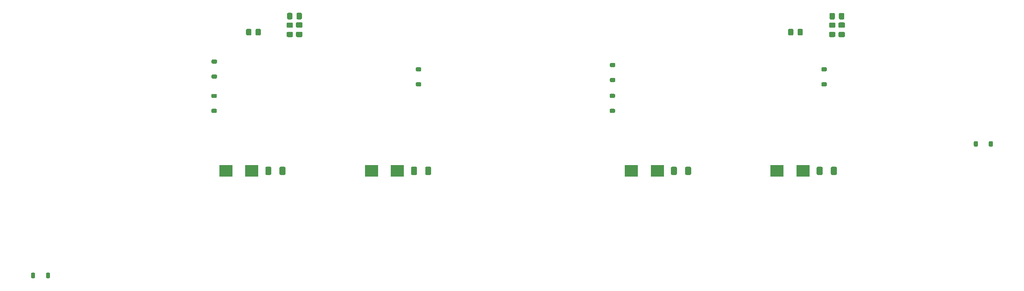
<source format=gbp>
G04 #@! TF.GenerationSoftware,KiCad,Pcbnew,8.0.5*
G04 #@! TF.CreationDate,2024-12-19T18:07:51+01:00*
G04 #@! TF.ProjectId,buck-boost-xp,6275636b-2d62-46f6-9f73-742d78702e6b,rev?*
G04 #@! TF.SameCoordinates,Original*
G04 #@! TF.FileFunction,Paste,Bot*
G04 #@! TF.FilePolarity,Positive*
%FSLAX46Y46*%
G04 Gerber Fmt 4.6, Leading zero omitted, Abs format (unit mm)*
G04 Created by KiCad (PCBNEW 8.0.5) date 2024-12-19 18:07:51*
%MOMM*%
%LPD*%
G01*
G04 APERTURE LIST*
%ADD10R,2.918000X2.600000*%
G04 APERTURE END LIST*
G36*
G01*
X212655867Y-121983968D02*
X212655867Y-120683968D01*
G75*
G02*
X212905867Y-120433968I250000J0D01*
G01*
X213730867Y-120433968D01*
G75*
G02*
X213980867Y-120683968I0J-250000D01*
G01*
X213980867Y-121983968D01*
G75*
G02*
X213730867Y-122233968I-250000J0D01*
G01*
X212905867Y-122233968D01*
G75*
G02*
X212655867Y-121983968I0J250000D01*
G01*
G37*
G36*
G01*
X215780867Y-121983968D02*
X215780867Y-120683968D01*
G75*
G02*
X216030867Y-120433968I250000J0D01*
G01*
X216855867Y-120433968D01*
G75*
G02*
X217105867Y-120683968I0J-250000D01*
G01*
X217105867Y-121983968D01*
G75*
G02*
X216855867Y-122233968I-250000J0D01*
G01*
X216030867Y-122233968D01*
G75*
G02*
X215780867Y-121983968I0J250000D01*
G01*
G37*
G36*
G01*
X213926734Y-98490000D02*
X214676734Y-98490000D01*
G75*
G02*
X214901734Y-98715000I0J-225000D01*
G01*
X214901734Y-99165000D01*
G75*
G02*
X214676734Y-99390000I-225000J0D01*
G01*
X213926734Y-99390000D01*
G75*
G02*
X213701734Y-99165000I0J225000D01*
G01*
X213701734Y-98715000D01*
G75*
G02*
X213926734Y-98490000I225000J0D01*
G01*
G37*
G36*
G01*
X213926734Y-101790000D02*
X214676734Y-101790000D01*
G75*
G02*
X214901734Y-102015000I0J-225000D01*
G01*
X214901734Y-102465000D01*
G75*
G02*
X214676734Y-102690000I-225000J0D01*
G01*
X213926734Y-102690000D01*
G75*
G02*
X213701734Y-102465000I0J225000D01*
G01*
X213701734Y-102015000D01*
G75*
G02*
X213926734Y-101790000I225000J0D01*
G01*
G37*
G36*
G01*
X124565000Y-98490000D02*
X125315000Y-98490000D01*
G75*
G02*
X125540000Y-98715000I0J-225000D01*
G01*
X125540000Y-99165000D01*
G75*
G02*
X125315000Y-99390000I-225000J0D01*
G01*
X124565000Y-99390000D01*
G75*
G02*
X124340000Y-99165000I0J225000D01*
G01*
X124340000Y-98715000D01*
G75*
G02*
X124565000Y-98490000I225000J0D01*
G01*
G37*
G36*
G01*
X124565000Y-101790000D02*
X125315000Y-101790000D01*
G75*
G02*
X125540000Y-102015000I0J-225000D01*
G01*
X125540000Y-102465000D01*
G75*
G02*
X125315000Y-102690000I-225000J0D01*
G01*
X124565000Y-102690000D01*
G75*
G02*
X124340000Y-102465000I0J225000D01*
G01*
X124340000Y-102015000D01*
G75*
G02*
X124565000Y-101790000I225000J0D01*
G01*
G37*
D10*
X82461400Y-121329200D03*
X88179400Y-121329200D03*
G36*
G01*
X215640000Y-88626250D02*
X216540000Y-88626250D01*
G75*
G02*
X216790000Y-88876250I0J-250000D01*
G01*
X216790000Y-89526250D01*
G75*
G02*
X216540000Y-89776250I-250000J0D01*
G01*
X215640000Y-89776250D01*
G75*
G02*
X215390000Y-89526250I0J250000D01*
G01*
X215390000Y-88876250D01*
G75*
G02*
X215640000Y-88626250I250000J0D01*
G01*
G37*
G36*
G01*
X215640000Y-90676250D02*
X216540000Y-90676250D01*
G75*
G02*
X216790000Y-90926250I0J-250000D01*
G01*
X216790000Y-91576250D01*
G75*
G02*
X216540000Y-91826250I-250000J0D01*
G01*
X215640000Y-91826250D01*
G75*
G02*
X215390000Y-91576250I0J250000D01*
G01*
X215390000Y-90926250D01*
G75*
G02*
X215640000Y-90676250I250000J0D01*
G01*
G37*
G36*
G01*
X96110000Y-88632500D02*
X97010000Y-88632500D01*
G75*
G02*
X97260000Y-88882500I0J-250000D01*
G01*
X97260000Y-89532500D01*
G75*
G02*
X97010000Y-89782500I-250000J0D01*
G01*
X96110000Y-89782500D01*
G75*
G02*
X95860000Y-89532500I0J250000D01*
G01*
X95860000Y-88882500D01*
G75*
G02*
X96110000Y-88632500I250000J0D01*
G01*
G37*
G36*
G01*
X96110000Y-90682500D02*
X97010000Y-90682500D01*
G75*
G02*
X97260000Y-90932500I0J-250000D01*
G01*
X97260000Y-91582500D01*
G75*
G02*
X97010000Y-91832500I-250000J0D01*
G01*
X96110000Y-91832500D01*
G75*
G02*
X95860000Y-91582500I0J250000D01*
G01*
X95860000Y-90932500D01*
G75*
G02*
X96110000Y-90682500I250000J0D01*
G01*
G37*
X114555200Y-121329200D03*
X120273200Y-121329200D03*
G36*
G01*
X251490000Y-115015000D02*
X251490000Y-115765000D01*
G75*
G02*
X251265000Y-115990000I-225000J0D01*
G01*
X250815000Y-115990000D01*
G75*
G02*
X250590000Y-115765000I0J225000D01*
G01*
X250590000Y-115015000D01*
G75*
G02*
X250815000Y-114790000I225000J0D01*
G01*
X251265000Y-114790000D01*
G75*
G02*
X251490000Y-115015000I0J-225000D01*
G01*
G37*
G36*
G01*
X248190000Y-115015000D02*
X248190000Y-115765000D01*
G75*
G02*
X247965000Y-115990000I-225000J0D01*
G01*
X247515000Y-115990000D01*
G75*
G02*
X247290000Y-115765000I0J225000D01*
G01*
X247290000Y-115015000D01*
G75*
G02*
X247515000Y-114790000I225000J0D01*
G01*
X247965000Y-114790000D01*
G75*
G02*
X248190000Y-115015000I0J-225000D01*
G01*
G37*
G36*
G01*
X206365000Y-91215000D02*
X206365000Y-90265000D01*
G75*
G02*
X206615000Y-90015000I250000J0D01*
G01*
X207290000Y-90015000D01*
G75*
G02*
X207540000Y-90265000I0J-250000D01*
G01*
X207540000Y-91215000D01*
G75*
G02*
X207290000Y-91465000I-250000J0D01*
G01*
X206615000Y-91465000D01*
G75*
G02*
X206365000Y-91215000I0J250000D01*
G01*
G37*
G36*
G01*
X208440000Y-91215000D02*
X208440000Y-90265000D01*
G75*
G02*
X208690000Y-90015000I250000J0D01*
G01*
X209365000Y-90015000D01*
G75*
G02*
X209615000Y-90265000I0J-250000D01*
G01*
X209615000Y-91215000D01*
G75*
G02*
X209365000Y-91465000I-250000J0D01*
G01*
X208690000Y-91465000D01*
G75*
G02*
X208440000Y-91215000I0J250000D01*
G01*
G37*
G36*
G01*
X180545000Y-121979000D02*
X180545000Y-120679000D01*
G75*
G02*
X180795000Y-120429000I250000J0D01*
G01*
X181620000Y-120429000D01*
G75*
G02*
X181870000Y-120679000I0J-250000D01*
G01*
X181870000Y-121979000D01*
G75*
G02*
X181620000Y-122229000I-250000J0D01*
G01*
X180795000Y-122229000D01*
G75*
G02*
X180545000Y-121979000I0J250000D01*
G01*
G37*
G36*
G01*
X183670000Y-121979000D02*
X183670000Y-120679000D01*
G75*
G02*
X183920000Y-120429000I250000J0D01*
G01*
X184745000Y-120429000D01*
G75*
G02*
X184995000Y-120679000I0J-250000D01*
G01*
X184995000Y-121979000D01*
G75*
G02*
X184745000Y-122229000I-250000J0D01*
G01*
X183920000Y-122229000D01*
G75*
G02*
X183670000Y-121979000I0J250000D01*
G01*
G37*
G36*
G01*
X215495000Y-87701250D02*
X215495000Y-86751250D01*
G75*
G02*
X215745000Y-86501250I250000J0D01*
G01*
X216420000Y-86501250D01*
G75*
G02*
X216670000Y-86751250I0J-250000D01*
G01*
X216670000Y-87701250D01*
G75*
G02*
X216420000Y-87951250I-250000J0D01*
G01*
X215745000Y-87951250D01*
G75*
G02*
X215495000Y-87701250I0J250000D01*
G01*
G37*
G36*
G01*
X217570000Y-87701250D02*
X217570000Y-86751250D01*
G75*
G02*
X217820000Y-86501250I250000J0D01*
G01*
X218495000Y-86501250D01*
G75*
G02*
X218745000Y-86751250I0J-250000D01*
G01*
X218745000Y-87701250D01*
G75*
G02*
X218495000Y-87951250I-250000J0D01*
G01*
X217820000Y-87951250D01*
G75*
G02*
X217570000Y-87701250I0J250000D01*
G01*
G37*
G36*
G01*
X167315000Y-97540000D02*
X168065000Y-97540000D01*
G75*
G02*
X168290000Y-97765000I0J-225000D01*
G01*
X168290000Y-98215000D01*
G75*
G02*
X168065000Y-98440000I-225000J0D01*
G01*
X167315000Y-98440000D01*
G75*
G02*
X167090000Y-98215000I0J225000D01*
G01*
X167090000Y-97765000D01*
G75*
G02*
X167315000Y-97540000I225000J0D01*
G01*
G37*
G36*
G01*
X167315000Y-100840000D02*
X168065000Y-100840000D01*
G75*
G02*
X168290000Y-101065000I0J-225000D01*
G01*
X168290000Y-101515000D01*
G75*
G02*
X168065000Y-101740000I-225000J0D01*
G01*
X167315000Y-101740000D01*
G75*
G02*
X167090000Y-101515000I0J225000D01*
G01*
X167090000Y-101065000D01*
G75*
G02*
X167315000Y-100840000I225000J0D01*
G01*
G37*
X171830000Y-121329000D03*
X177548000Y-121329000D03*
G36*
G01*
X39540000Y-144775000D02*
X39540000Y-144025000D01*
G75*
G02*
X39765000Y-143800000I225000J0D01*
G01*
X40215000Y-143800000D01*
G75*
G02*
X40440000Y-144025000I0J-225000D01*
G01*
X40440000Y-144775000D01*
G75*
G02*
X40215000Y-145000000I-225000J0D01*
G01*
X39765000Y-145000000D01*
G75*
G02*
X39540000Y-144775000I0J225000D01*
G01*
G37*
G36*
G01*
X42840000Y-144775000D02*
X42840000Y-144025000D01*
G75*
G02*
X43065000Y-143800000I225000J0D01*
G01*
X43515000Y-143800000D01*
G75*
G02*
X43740000Y-144025000I0J-225000D01*
G01*
X43740000Y-144775000D01*
G75*
G02*
X43515000Y-145000000I-225000J0D01*
G01*
X43065000Y-145000000D01*
G75*
G02*
X42840000Y-144775000I0J225000D01*
G01*
G37*
G36*
G01*
X95965000Y-87677500D02*
X95965000Y-86727500D01*
G75*
G02*
X96215000Y-86477500I250000J0D01*
G01*
X96890000Y-86477500D01*
G75*
G02*
X97140000Y-86727500I0J-250000D01*
G01*
X97140000Y-87677500D01*
G75*
G02*
X96890000Y-87927500I-250000J0D01*
G01*
X96215000Y-87927500D01*
G75*
G02*
X95965000Y-87677500I0J250000D01*
G01*
G37*
G36*
G01*
X98040000Y-87677500D02*
X98040000Y-86727500D01*
G75*
G02*
X98290000Y-86477500I250000J0D01*
G01*
X98965000Y-86477500D01*
G75*
G02*
X99215000Y-86727500I0J-250000D01*
G01*
X99215000Y-87677500D01*
G75*
G02*
X98965000Y-87927500I-250000J0D01*
G01*
X98290000Y-87927500D01*
G75*
G02*
X98040000Y-87677500I0J250000D01*
G01*
G37*
G36*
G01*
X86933750Y-91215000D02*
X86933750Y-90265000D01*
G75*
G02*
X87183750Y-90015000I250000J0D01*
G01*
X87858750Y-90015000D01*
G75*
G02*
X88108750Y-90265000I0J-250000D01*
G01*
X88108750Y-91215000D01*
G75*
G02*
X87858750Y-91465000I-250000J0D01*
G01*
X87183750Y-91465000D01*
G75*
G02*
X86933750Y-91215000I0J250000D01*
G01*
G37*
G36*
G01*
X89008750Y-91215000D02*
X89008750Y-90265000D01*
G75*
G02*
X89258750Y-90015000I250000J0D01*
G01*
X89933750Y-90015000D01*
G75*
G02*
X90183750Y-90265000I0J-250000D01*
G01*
X90183750Y-91215000D01*
G75*
G02*
X89933750Y-91465000I-250000J0D01*
G01*
X89258750Y-91465000D01*
G75*
G02*
X89008750Y-91215000I0J250000D01*
G01*
G37*
G36*
G01*
X218645000Y-91851250D02*
X217695000Y-91851250D01*
G75*
G02*
X217445000Y-91601250I0J250000D01*
G01*
X217445000Y-90926250D01*
G75*
G02*
X217695000Y-90676250I250000J0D01*
G01*
X218645000Y-90676250D01*
G75*
G02*
X218895000Y-90926250I0J-250000D01*
G01*
X218895000Y-91601250D01*
G75*
G02*
X218645000Y-91851250I-250000J0D01*
G01*
G37*
G36*
G01*
X218645000Y-89776250D02*
X217695000Y-89776250D01*
G75*
G02*
X217445000Y-89526250I0J250000D01*
G01*
X217445000Y-88851250D01*
G75*
G02*
X217695000Y-88601250I250000J0D01*
G01*
X218645000Y-88601250D01*
G75*
G02*
X218895000Y-88851250I0J-250000D01*
G01*
X218895000Y-89526250D01*
G75*
G02*
X218645000Y-89776250I-250000J0D01*
G01*
G37*
G36*
G01*
X167265000Y-104340000D02*
X168015000Y-104340000D01*
G75*
G02*
X168240000Y-104565000I0J-225000D01*
G01*
X168240000Y-105015000D01*
G75*
G02*
X168015000Y-105240000I-225000J0D01*
G01*
X167265000Y-105240000D01*
G75*
G02*
X167040000Y-105015000I0J225000D01*
G01*
X167040000Y-104565000D01*
G75*
G02*
X167265000Y-104340000I225000J0D01*
G01*
G37*
G36*
G01*
X167265000Y-107640000D02*
X168015000Y-107640000D01*
G75*
G02*
X168240000Y-107865000I0J-225000D01*
G01*
X168240000Y-108315000D01*
G75*
G02*
X168015000Y-108540000I-225000J0D01*
G01*
X167265000Y-108540000D01*
G75*
G02*
X167040000Y-108315000I0J225000D01*
G01*
X167040000Y-107865000D01*
G75*
G02*
X167265000Y-107640000I225000J0D01*
G01*
G37*
G36*
G01*
X79515000Y-104353600D02*
X80265000Y-104353600D01*
G75*
G02*
X80490000Y-104578600I0J-225000D01*
G01*
X80490000Y-105028600D01*
G75*
G02*
X80265000Y-105253600I-225000J0D01*
G01*
X79515000Y-105253600D01*
G75*
G02*
X79290000Y-105028600I0J225000D01*
G01*
X79290000Y-104578600D01*
G75*
G02*
X79515000Y-104353600I225000J0D01*
G01*
G37*
G36*
G01*
X79515000Y-107653600D02*
X80265000Y-107653600D01*
G75*
G02*
X80490000Y-107878600I0J-225000D01*
G01*
X80490000Y-108328600D01*
G75*
G02*
X80265000Y-108553600I-225000J0D01*
G01*
X79515000Y-108553600D01*
G75*
G02*
X79290000Y-108328600I0J225000D01*
G01*
X79290000Y-107878600D01*
G75*
G02*
X79515000Y-107653600I225000J0D01*
G01*
G37*
G36*
G01*
X91176400Y-121979200D02*
X91176400Y-120679200D01*
G75*
G02*
X91426400Y-120429200I250000J0D01*
G01*
X92251400Y-120429200D01*
G75*
G02*
X92501400Y-120679200I0J-250000D01*
G01*
X92501400Y-121979200D01*
G75*
G02*
X92251400Y-122229200I-250000J0D01*
G01*
X91426400Y-122229200D01*
G75*
G02*
X91176400Y-121979200I0J250000D01*
G01*
G37*
G36*
G01*
X94301400Y-121979200D02*
X94301400Y-120679200D01*
G75*
G02*
X94551400Y-120429200I250000J0D01*
G01*
X95376400Y-120429200D01*
G75*
G02*
X95626400Y-120679200I0J-250000D01*
G01*
X95626400Y-121979200D01*
G75*
G02*
X95376400Y-122229200I-250000J0D01*
G01*
X94551400Y-122229200D01*
G75*
G02*
X94301400Y-121979200I0J250000D01*
G01*
G37*
G36*
G01*
X79542000Y-96784400D02*
X80292000Y-96784400D01*
G75*
G02*
X80517000Y-97009400I0J-225000D01*
G01*
X80517000Y-97459400D01*
G75*
G02*
X80292000Y-97684400I-225000J0D01*
G01*
X79542000Y-97684400D01*
G75*
G02*
X79317000Y-97459400I0J225000D01*
G01*
X79317000Y-97009400D01*
G75*
G02*
X79542000Y-96784400I225000J0D01*
G01*
G37*
G36*
G01*
X79542000Y-100084400D02*
X80292000Y-100084400D01*
G75*
G02*
X80517000Y-100309400I0J-225000D01*
G01*
X80517000Y-100759400D01*
G75*
G02*
X80292000Y-100984400I-225000J0D01*
G01*
X79542000Y-100984400D01*
G75*
G02*
X79317000Y-100759400I0J225000D01*
G01*
X79317000Y-100309400D01*
G75*
G02*
X79542000Y-100084400I225000J0D01*
G01*
G37*
G36*
G01*
X123270200Y-121979200D02*
X123270200Y-120679200D01*
G75*
G02*
X123520200Y-120429200I250000J0D01*
G01*
X124345200Y-120429200D01*
G75*
G02*
X124595200Y-120679200I0J-250000D01*
G01*
X124595200Y-121979200D01*
G75*
G02*
X124345200Y-122229200I-250000J0D01*
G01*
X123520200Y-122229200D01*
G75*
G02*
X123270200Y-121979200I0J250000D01*
G01*
G37*
G36*
G01*
X126395200Y-121979200D02*
X126395200Y-120679200D01*
G75*
G02*
X126645200Y-120429200I250000J0D01*
G01*
X127470200Y-120429200D01*
G75*
G02*
X127720200Y-120679200I0J-250000D01*
G01*
X127720200Y-121979200D01*
G75*
G02*
X127470200Y-122229200I-250000J0D01*
G01*
X126645200Y-122229200D01*
G75*
G02*
X126395200Y-121979200I0J250000D01*
G01*
G37*
X203940867Y-121333968D03*
X209658867Y-121333968D03*
G36*
G01*
X99115000Y-91827500D02*
X98165000Y-91827500D01*
G75*
G02*
X97915000Y-91577500I0J250000D01*
G01*
X97915000Y-90902500D01*
G75*
G02*
X98165000Y-90652500I250000J0D01*
G01*
X99115000Y-90652500D01*
G75*
G02*
X99365000Y-90902500I0J-250000D01*
G01*
X99365000Y-91577500D01*
G75*
G02*
X99115000Y-91827500I-250000J0D01*
G01*
G37*
G36*
G01*
X99115000Y-89752500D02*
X98165000Y-89752500D01*
G75*
G02*
X97915000Y-89502500I0J250000D01*
G01*
X97915000Y-88827500D01*
G75*
G02*
X98165000Y-88577500I250000J0D01*
G01*
X99115000Y-88577500D01*
G75*
G02*
X99365000Y-88827500I0J-250000D01*
G01*
X99365000Y-89502500D01*
G75*
G02*
X99115000Y-89752500I-250000J0D01*
G01*
G37*
M02*

</source>
